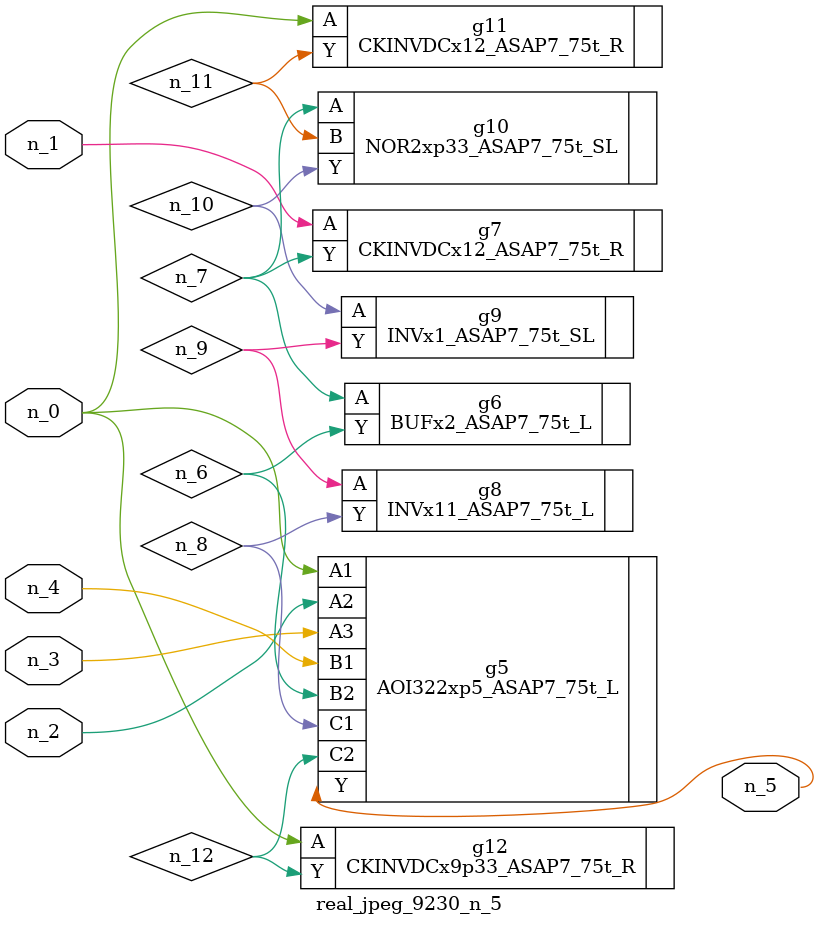
<source format=v>
module real_jpeg_9230_n_5 (n_4, n_0, n_1, n_2, n_3, n_5);

input n_4;
input n_0;
input n_1;
input n_2;
input n_3;

output n_5;

wire n_12;
wire n_8;
wire n_11;
wire n_6;
wire n_7;
wire n_10;
wire n_9;

AOI322xp5_ASAP7_75t_L g5 ( 
.A1(n_0),
.A2(n_2),
.A3(n_3),
.B1(n_4),
.B2(n_6),
.C1(n_8),
.C2(n_12),
.Y(n_5)
);

CKINVDCx12_ASAP7_75t_R g11 ( 
.A(n_0),
.Y(n_11)
);

CKINVDCx9p33_ASAP7_75t_R g12 ( 
.A(n_0),
.Y(n_12)
);

CKINVDCx12_ASAP7_75t_R g7 ( 
.A(n_1),
.Y(n_7)
);

BUFx2_ASAP7_75t_L g6 ( 
.A(n_7),
.Y(n_6)
);

NOR2xp33_ASAP7_75t_SL g10 ( 
.A(n_7),
.B(n_11),
.Y(n_10)
);

INVx11_ASAP7_75t_L g8 ( 
.A(n_9),
.Y(n_8)
);

INVx1_ASAP7_75t_SL g9 ( 
.A(n_10),
.Y(n_9)
);


endmodule
</source>
